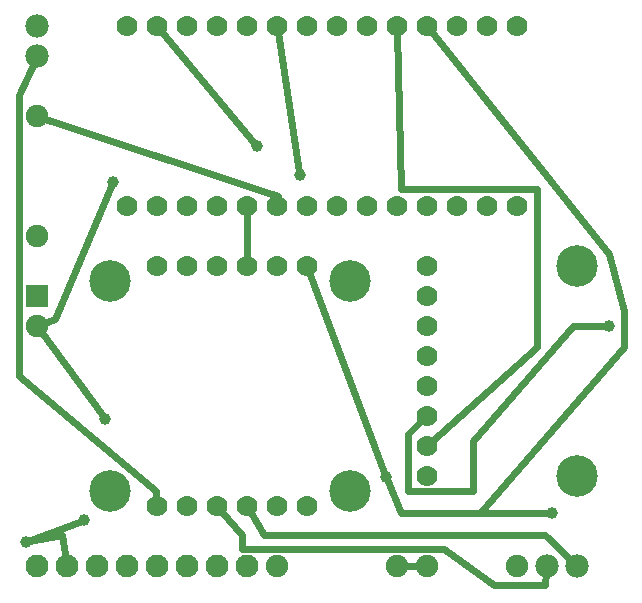
<source format=gtl>
G04 MADE WITH FRITZING*
G04 WWW.FRITZING.ORG*
G04 DOUBLE SIDED*
G04 HOLES PLATED*
G04 CONTOUR ON CENTER OF CONTOUR VECTOR*
%ASAXBY*%
%FSLAX23Y23*%
%MOIN*%
%OFA0B0*%
%SFA1.0B1.0*%
%ADD10C,0.039370*%
%ADD11C,0.076000*%
%ADD12C,0.070000*%
%ADD13C,0.138425*%
%ADD14C,0.078000*%
%ADD15C,0.075000*%
%ADD16R,0.075000X0.075000*%
%ADD17C,0.024000*%
%ADD18R,0.001000X0.001000*%
%LNCOPPER1*%
G90*
G70*
G54D10*
X84Y202D03*
X348Y610D03*
X276Y274D03*
X372Y1402D03*
X996Y1426D03*
X852Y1522D03*
X2028Y922D03*
X1836Y298D03*
X1284Y418D03*
G54D11*
X820Y121D03*
X120Y121D03*
X220Y121D03*
X320Y121D03*
X420Y121D03*
X520Y121D03*
X620Y121D03*
X720Y121D03*
G54D12*
X1420Y921D03*
G54D13*
X1920Y421D03*
G54D12*
X1420Y521D03*
X1420Y721D03*
X1420Y1121D03*
X1420Y421D03*
X1420Y621D03*
X1420Y821D03*
X1420Y1021D03*
G54D13*
X1920Y1121D03*
G54D12*
X1420Y921D03*
G54D13*
X1920Y421D03*
G54D12*
X1420Y521D03*
X1420Y721D03*
X1420Y1121D03*
X1420Y421D03*
X1420Y621D03*
X1420Y821D03*
X1420Y1021D03*
G54D13*
X1920Y1121D03*
G54D14*
X1820Y121D03*
X1920Y121D03*
X120Y1821D03*
X120Y1921D03*
G54D13*
X365Y1071D03*
X1165Y1071D03*
G54D12*
X1020Y1121D03*
X920Y1121D03*
X820Y1121D03*
X720Y1121D03*
X620Y1121D03*
X520Y1121D03*
X520Y321D03*
X620Y321D03*
X720Y321D03*
X820Y321D03*
X920Y321D03*
X1020Y321D03*
G54D13*
X365Y371D03*
X1165Y371D03*
G54D12*
X420Y1921D03*
X520Y1921D03*
X620Y1921D03*
X720Y1921D03*
X820Y1921D03*
X920Y1921D03*
X1720Y1321D03*
X1620Y1321D03*
X1520Y1321D03*
X1420Y1321D03*
X1320Y1321D03*
X1220Y1321D03*
X1120Y1321D03*
X1020Y1321D03*
X920Y1321D03*
X820Y1321D03*
X720Y1321D03*
X620Y1321D03*
X520Y1321D03*
X420Y1321D03*
X1720Y1921D03*
X1620Y1921D03*
X1520Y1921D03*
X1420Y1921D03*
X1320Y1921D03*
X1220Y1921D03*
X1120Y1921D03*
X1020Y1921D03*
G54D15*
X920Y121D03*
X1320Y121D03*
X1720Y121D03*
X1420Y121D03*
X120Y1021D03*
X120Y921D03*
X120Y1221D03*
X120Y1621D03*
G54D16*
X120Y1021D03*
G54D17*
X820Y1301D02*
X820Y1141D01*
D02*
X924Y1354D02*
X136Y1615D01*
D02*
X922Y1341D02*
X924Y1354D01*
D02*
X876Y226D02*
X830Y304D01*
D02*
X1812Y226D02*
X876Y226D01*
D02*
X1906Y134D02*
X1812Y226D01*
D02*
X516Y370D02*
X60Y754D01*
D02*
X518Y341D02*
X516Y370D01*
D02*
X1817Y102D02*
X1812Y58D01*
D02*
X60Y1690D02*
X112Y1804D01*
D02*
X60Y754D02*
X60Y1690D01*
D02*
X804Y226D02*
X733Y306D01*
D02*
X804Y178D02*
X804Y226D01*
D02*
X1476Y178D02*
X804Y178D01*
D02*
X1644Y58D02*
X1476Y178D01*
D02*
X1812Y58D02*
X1644Y58D01*
D02*
X1788Y850D02*
X1434Y534D01*
D02*
X1788Y1378D02*
X1788Y850D01*
D02*
X1332Y1378D02*
X1788Y1378D01*
D02*
X1320Y1901D02*
X1332Y1378D01*
D02*
X204Y226D02*
X217Y140D01*
D02*
X92Y204D02*
X204Y226D01*
D02*
X130Y907D02*
X343Y617D01*
D02*
X269Y272D02*
X91Y205D01*
D02*
X369Y1395D02*
X180Y946D01*
X180Y946D02*
X136Y928D01*
D02*
X1337Y121D02*
X1402Y121D01*
D02*
X847Y1528D02*
X532Y1906D01*
D02*
X923Y1902D02*
X995Y1434D01*
D02*
X1356Y370D02*
X1572Y370D01*
D02*
X1356Y562D02*
X1356Y370D01*
D02*
X1405Y608D02*
X1356Y562D01*
D02*
X1908Y922D02*
X2020Y922D01*
D02*
X1572Y538D02*
X1908Y922D01*
D02*
X1572Y370D02*
X1572Y538D01*
D02*
X1828Y298D02*
X1332Y298D01*
X1332Y298D02*
X1287Y411D01*
D02*
X1027Y1102D02*
X1281Y426D01*
D02*
X1432Y1906D02*
X2028Y1162D01*
X2028Y1162D02*
X2076Y970D01*
D02*
X2076Y850D02*
X1596Y298D01*
D02*
X2076Y970D02*
X2076Y850D01*
D02*
X1596Y298D02*
X1836Y298D01*
G54D18*
D02*
G04 End of Copper1*
M02*
</source>
